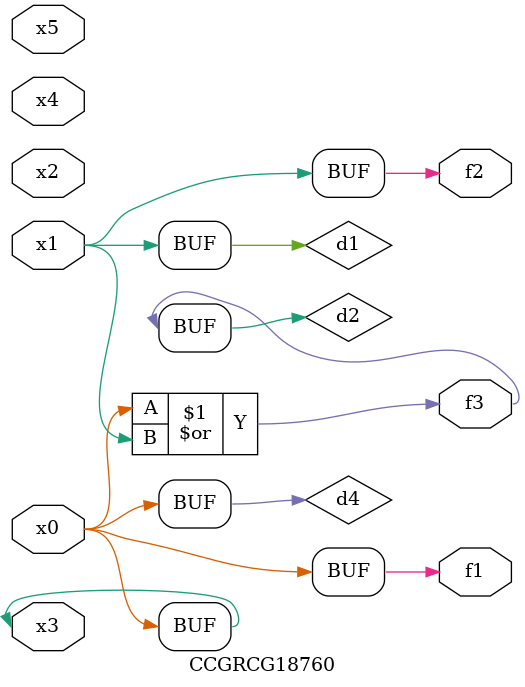
<source format=v>
module CCGRCG18760(
	input x0, x1, x2, x3, x4, x5,
	output f1, f2, f3
);

	wire d1, d2, d3, d4;

	and (d1, x1);
	or (d2, x0, x1);
	nand (d3, x0, x5);
	buf (d4, x0, x3);
	assign f1 = d4;
	assign f2 = d1;
	assign f3 = d2;
endmodule

</source>
